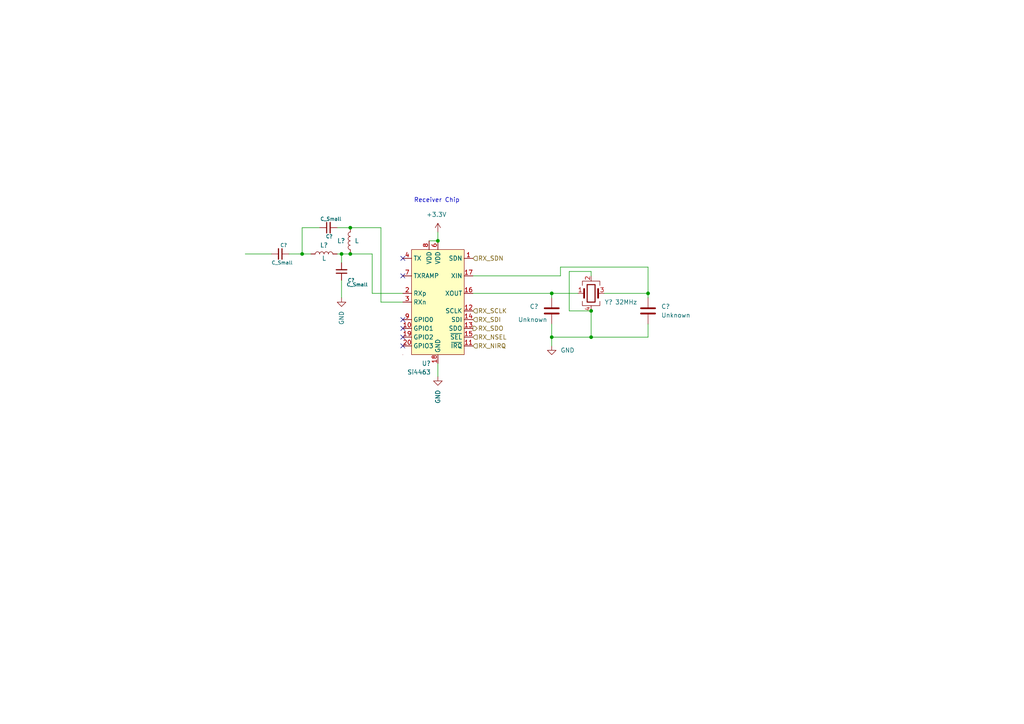
<source format=kicad_sch>
(kicad_sch (version 20211123) (generator eeschema)
  (paper "A4")
  (lib_symbols
    (symbol "Device:C" (pin_numbers hide) (pin_names (offset 0.254))
      (property "Reference" "C" (at 0.635 2.54 0))
      (property "Value" "C" (at 0.635 -2.54 0))
      (symbol "C_0_1"
        (polyline (pts (xy -2.032 -0.762) (xy 2.032 -0.762)) (stroke (width 0.508)))
        (polyline (pts (xy -2.032 0.762) (xy 2.032 0.762)) (stroke (width 0.508)))
      )
      (symbol "C_1_1"
        (pin passive line (at 0 3.81 270) (length 2.794) (name "~") (number "1"))
        (pin passive line (at 0 -3.81 90) (length 2.794) (name "~") (number "2"))
      )
    )
    (symbol "Device:C_Small" (pin_numbers hide) (pin_names (offset 0.254) hide)
      (property "Reference" "C" (at 0.254 1.778 0))
      (property "Value" "C_Small" (at 0.254 -2.032 0))
      (symbol "C_Small_0_1"
        (polyline (pts (xy -1.524 -0.508) (xy 1.524 -0.508)) (stroke (width 0.3302)))
        (polyline (pts (xy -1.524 0.508) (xy 1.524 0.508)) (stroke (width 0.3048)))
      )
      (symbol "C_Small_1_1"
        (pin passive line (at 0 2.54 270) (length 2.032) (name "~") (number "1"))
        (pin passive line (at 0 -2.54 90) (length 2.032) (name "~") (number "2"))
      )
    )
    (symbol "Device:Crystal_GND24" (pin_names (offset 1.016) hide)
      (property "Reference" "Y" (at 3.175 5.08 0))
      (property "Value" "Crystal_GND24" (at 3.175 3.175 0))
      (symbol "Crystal_GND24_0_1"
        (rectangle (start -1.143 2.54) (end 1.143 -2.54) (stroke (width 0.3048)))
        (polyline (pts (xy -2.54 0) (xy -2.032 0)))
        (polyline (pts (xy -2.032 -1.27) (xy -2.032 1.27)) (stroke (width 0.508)))
        (polyline (pts (xy 0 -3.81) (xy 0 -3.556)))
        (polyline (pts (xy 0 3.556) (xy 0 3.81)))
        (polyline (pts (xy 2.032 -1.27) (xy 2.032 1.27)) (stroke (width 0.508)))
        (polyline (pts (xy 2.032 0) (xy 2.54 0)))
        (polyline (pts (xy -2.54 -2.286) (xy -2.54 -3.556) (xy 2.54 -3.556) (xy 2.54 -2.286)))
        (polyline (pts (xy -2.54 2.286) (xy -2.54 3.556) (xy 2.54 3.556) (xy 2.54 2.286)))
      )
      (symbol "Crystal_GND24_1_1"
        (pin passive line (at -3.81 0 0) (length 1.27) (name "1") (number "1"))
        (pin passive line (at 0 5.08 270) (length 1.27) (name "2") (number "2"))
        (pin passive line (at 3.81 0 180) (length 1.27) (name "3") (number "3"))
        (pin passive line (at 0 -5.08 90) (length 1.27) (name "4") (number "4"))
      )
    )
    (symbol "Device:L" (pin_numbers hide) (pin_names (offset 1.016) hide)
      (property "Reference" "L" (at -1.27 0 90))
      (property "Value" "L" (at 1.905 0 90))
      (symbol "L_0_1"
        (arc (start 0 -2.54) (mid 0.635 -1.905) (end 0 -1.27))
        (arc (start 0 -1.27) (mid 0.635 -0.635) (end 0 0))
        (arc (start 0 0) (mid 0.635 0.635) (end 0 1.27))
        (arc (start 0 1.27) (mid 0.635 1.905) (end 0 2.54))
      )
      (symbol "L_1_1"
        (pin passive line (at 0 3.81 270) (length 1.27) (name "1") (number "1"))
        (pin passive line (at 0 -3.81 90) (length 1.27) (name "2") (number "2"))
      )
    )
    (symbol "RF:Si4463"
      (property "Reference" "U" (at -6.35 16.51 0))
      (property "Value" "Si4463" (at 6.35 16.51 0))
      (symbol "Si4463_0_1"
        (rectangle (start -7.62 15.24) (end 7.62 -15.24) (fill (type background)))
        (rectangle (start 10.16 -15.24) (end 10.16 -15.24))
      )
      (symbol "Si4463_1_1"
        (pin input line (at -10.16 12.7 0) (length 2.54) (name "SDN") (number "1"))
        (pin bidirectional line (at 10.16 -7.62 180) (length 2.54) (name "GPIO1") (number "10"))
        (pin open_collector line (at -10.16 -12.7 0) (length 2.54) (name "~{IRQ}") (number "11"))
        (pin input line (at -10.16 -2.54 0) (length 2.54) (name "SCLK") (number "12"))
        (pin output line (at -10.16 -7.62 0) (length 2.54) (name "SDO") (number "13"))
        (pin input line (at -10.16 -5.08 0) (length 2.54) (name "SDI") (number "14"))
        (pin input line (at -10.16 -10.16 0) (length 2.54) (name "~{SEL}") (number "15"))
        (pin passive line (at -10.16 2.54 0) (length 2.54) (name "XOUT") (number "16"))
        (pin input line (at -10.16 7.62 0) (length 2.54) (name "XIN") (number "17"))
        (pin power_in line (at 0 -17.78 90) (length 2.54) (name "GND") (number "18"))
        (pin bidirectional line (at 10.16 -10.16 180) (length 2.54) (name "GPIO2") (number "19"))
        (pin input line (at 10.16 2.54 180) (length 2.54) (name "RXp") (number "2"))
        (pin bidirectional line (at 10.16 -12.7 180) (length 2.54) (name "GPIO3") (number "20"))
        (pin power_in line (at 0 -17.78 90) (length 2.54) hide (name "GND") (number "21"))
        (pin input line (at 10.16 0 180) (length 2.54) (name "RXn") (number "3"))
        (pin output line (at 10.16 12.7 180) (length 2.54) (name "TX") (number "4"))
        (pin no_connect line (at 7.62 -15.24 180) (length 2.54) hide (name "NC") (number "5"))
        (pin power_in line (at 0 17.78 270) (length 2.54) (name "VDD") (number "6"))
        (pin output line (at 10.16 7.62 180) (length 2.54) (name "TXRAMP") (number "7"))
        (pin power_in line (at 2.54 17.78 270) (length 2.54) (name "VDD") (number "8"))
        (pin bidirectional line (at 10.16 -5.08 180) (length 2.54) (name "GPIO0") (number "9"))
      )
    )
    (symbol "power:+3.3V" (power) (pin_names (offset 0))
      (property "Value" "+3.3V" (at 0 3.556 0))
      (symbol "+3.3V_0_1"
        (polyline (pts (xy -0.762 1.27) (xy 0 2.54)))
        (polyline (pts (xy 0 0) (xy 0 2.54)))
        (polyline (pts (xy 0 2.54) (xy 0.762 1.27)))
      )
      (symbol "+3.3V_1_1"
        (pin power_in line (at 0 0 90) (length 0) hide (name "+3.3V") (number "1"))
      )
    )
    (symbol "power:GND" (power) (pin_names (offset 0))
      (property "Value" "GND" (at 0 -3.81 0))
      (symbol "GND_0_1"
        (polyline (pts (xy 0 0) (xy 0 -1.27) (xy 1.27 -1.27) (xy 0 -2.54) (xy -1.27 -1.27) (xy 0 -1.27)))
      )
      (symbol "GND_1_1"
        (pin power_in line (at 0 0 270) (length 0) hide (name "GND") (number "1"))
      )
    )
  )
  (junction (at 171.45 90.17))
  (junction (at 187.96 85.09))
  (junction (at 87.63 73.66))
  (junction (at 99.06 73.66))
  (junction (at 101.6 66.04))
  (junction (at 127 69.85))
  (junction (at 101.6 73.66))
  (junction (at 171.45 97.79))
  (junction (at 160.02 97.79))
  (junction (at 160.02 85.09))
  (no_connect (at 116.84 100.33))
  (no_connect (at 116.84 80.01))
  (no_connect (at 116.84 74.93))
  (no_connect (at 116.84 97.79))
  (no_connect (at 116.84 95.25))
  (no_connect (at 116.84 92.71))
  (wire (pts (xy 187.96 97.79) (xy 171.45 97.79)))
  (wire (pts (xy 101.6 66.04) (xy 110.49 66.04)))
  (wire (pts (xy 187.96 93.98) (xy 187.96 97.79)))
  (wire (pts (xy 71.12 73.66) (xy 78.74 73.66)))
  (wire (pts (xy 187.96 86.36) (xy 187.96 85.09)))
  (wire (pts (xy 83.82 73.66) (xy 87.63 73.66)))
  (wire (pts (xy 160.02 93.98) (xy 160.02 97.79)))
  (wire (pts (xy 90.17 73.66) (xy 87.63 73.66)))
  (wire (pts (xy 107.95 73.66) (xy 107.95 85.09)))
  (wire (pts (xy 127 67.31) (xy 127 69.85)))
  (wire (pts (xy 99.06 76.2) (xy 99.06 73.66)))
  (wire (pts (xy 99.06 86.36) (xy 99.06 81.28)))
  (wire (pts (xy 127 105.41) (xy 127 109.22)))
  (wire (pts (xy 175.26 85.09) (xy 187.96 85.09)))
  (wire (pts (xy 171.45 78.74) (xy 165.1 78.74)))
  (wire (pts (xy 171.45 90.17) (xy 171.45 97.79)))
  (wire (pts (xy 110.49 87.63) (xy 116.84 87.63)))
  (wire (pts (xy 137.16 85.09) (xy 160.02 85.09)))
  (wire (pts (xy 165.1 90.17) (xy 171.45 90.17)))
  (wire (pts (xy 187.96 77.47) (xy 162.56 77.47)))
  (wire (pts (xy 127 69.85) (xy 124.46 69.85)))
  (wire (pts (xy 171.45 80.01) (xy 171.45 78.74)))
  (wire (pts (xy 99.06 73.66) (xy 101.6 73.66)))
  (wire (pts (xy 165.1 78.74) (xy 165.1 90.17)))
  (wire (pts (xy 87.63 66.04) (xy 92.71 66.04)))
  (wire (pts (xy 162.56 77.47) (xy 162.56 80.01)))
  (wire (pts (xy 160.02 97.79) (xy 171.45 97.79)))
  (wire (pts (xy 101.6 73.66) (xy 107.95 73.66)))
  (wire (pts (xy 137.16 80.01) (xy 162.56 80.01)))
  (wire (pts (xy 97.79 73.66) (xy 99.06 73.66)))
  (wire (pts (xy 187.96 85.09) (xy 187.96 77.47)))
  (wire (pts (xy 107.95 85.09) (xy 116.84 85.09)))
  (wire (pts (xy 87.63 73.66) (xy 87.63 66.04)))
  (wire (pts (xy 110.49 66.04) (xy 110.49 87.63)))
  (wire (pts (xy 160.02 85.09) (xy 160.02 86.36)))
  (wire (pts (xy 97.79 66.04) (xy 101.6 66.04)))
  (wire (pts (xy 160.02 85.09) (xy 167.64 85.09)))
  (wire (pts (xy 160.02 97.79) (xy 160.02 100.33)))
  (text "Receiver Chip\n\n" (at 133.35 60.96 180) (effects (font (size 1.27 1.27)) (justify right bottom)))
  (hierarchical_label "RX_SDO" (shape output) (at 137.16 95.25 0))
  (hierarchical_label "RX_NIRQ" (shape input) (at 137.16 100.33 0))
  (hierarchical_label "RX_SCLK" (shape input) (at 137.16 90.17 0))
  (hierarchical_label "RX_SDI" (shape input) (at 137.16 92.71 0))
  (hierarchical_label "RX_NSEL" (shape input) (at 137.16 97.79 0))
  (hierarchical_label "RX_SDN" (shape input) (at 137.16 74.93 0))
  (symbol (lib_id "Device:C") (at 160.02 90.17 0) (mirror x) (unit 1)
    (property "Reference" "C?" (at 156.21 88.8999 0) (effects (justify right)))
    (property "Value" "Unknown" (at 158.75 92.71 0) (effects (justify right)))
  )
  (symbol (lib_id "Device:L") (at 101.6 69.85 180) (unit 1)
    (property "Reference" "L?" (at 97.79 69.85 0) (effects (justify right)))
    (property "Value" "L" (at 102.87 69.85 0) (effects (justify right)))
  )
  (symbol (lib_id "Device:C") (at 187.96 90.17 0) (unit 1)
    (property "Reference" "C?" (at 191.77 88.8999 0) (effects (justify left)))
    (property "Value" "Unknown" (at 191.77 91.4399 0) (effects (justify left)))
  )
  (symbol (lib_id "power:GND") (at 160.02 100.33 0) (unit 1)
    (property "Reference" "#PWR?" (effects hide))
    (property "Value" "GND" (at 162.56 101.5999 0) (effects (justify left)))
  )
  (symbol (lib_id "Device:C_Small") (at 95.25 66.04 90) (unit 1)
    (property "Reference" "C?" (at 96.52 68.58 90) (effects (font (size 1 1)) (justify left)))
    (property "Value" "C_Small" (at 99.06 63.5 90) (effects (font (size 1 1)) (justify left)))
  )
  (symbol (lib_id "Device:C_Small") (at 81.28 73.66 270) (unit 1)
    (property "Reference" "C?" (at 81.28 71.12 90) (effects (font (size 1 1)) (justify left)))
    (property "Value" "C_Small" (at 78.74 76.2 90) (effects (font (size 1 1)) (justify left)))
  )
  (symbol (lib_id "power:+3.3V") (at 127 67.31 0) (unit 1)
    (property "Reference" "#PWR?" (effects hide))
    (property "Value" "+3.3V" (at 129.54 62.23 0) (effects (justify right)))
  )
  (symbol (lib_id "Device:L") (at 93.98 73.66 90) (unit 1)
    (property "Reference" "L?" (at 93.98 71.12 90))
    (property "Value" "L" (at 93.98 74.93 90))
  )
  (symbol (lib_id "power:GND") (at 127 109.22 0) (mirror y) (unit 1)
    (property "Reference" "#PWR?" (effects hide))
    (property "Value" "GND" (at 127.0001 113.03 90) (effects (justify right)))
  )
  (symbol (lib_id "Device:Crystal_GND24") (at 171.45 85.09 0) (unit 1)
    (property "Reference" "Y?" (at 176.53 87.63 0))
    (property "Value" "32MHz" (at 181.61 87.63 0))
  )
  (symbol (lib_id "power:GND") (at 99.06 86.36 0) (mirror y) (unit 1)
    (property "Reference" "#PWR?" (effects hide))
    (property "Value" "GND" (at 99.0601 90.17 90) (effects (justify right)))
  )
  (symbol (lib_id "Device:C_Small") (at 99.06 78.74 180) (unit 1)
    (property "Reference" "C?" (at 102.87 81.28 0) (effects (font (size 1 1)) (justify left)))
    (property "Value" "C_Small" (at 106.68 82.55 0) (effects (font (size 1 1)) (justify left)))
  )
  (symbol (lib_id "RF:Si4463") (at 127 87.63 0) (mirror y) (unit 1)
    (property "Reference" "U?" (at 124.9806 105.41 0) (effects (justify left)))
    (property "Value" "Si4463" (at 124.9806 107.95 0) (effects (justify left)))
    (property "Footprint" "Package_DFN_QFN:QFN-20-1EP_4x4mm_P0.5mm_EP2.6x2.6mm_ThermalVias" (effects hide))
    (property "Datasheet" "https://www.silabs.com/documents/public/data-sheets/Si4464-63-61-60.pdf" (effects hide))
  )
)
</source>
